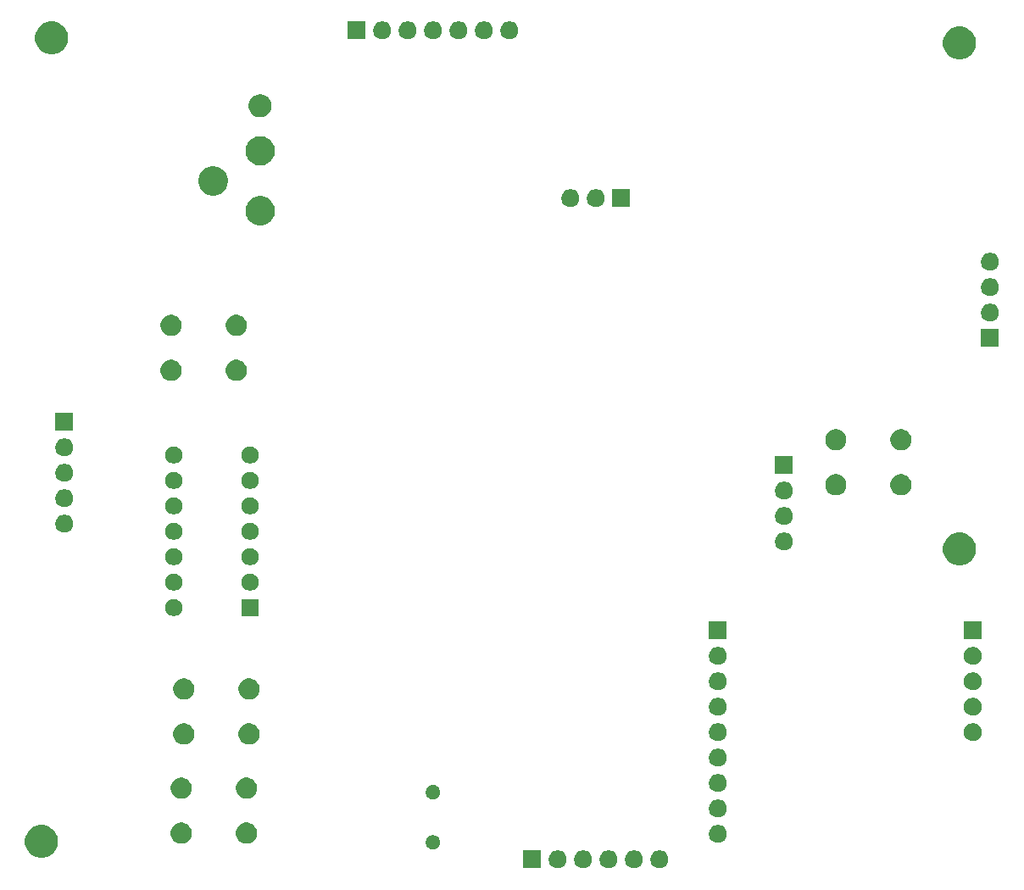
<source format=gbs>
G04 #@! TF.GenerationSoftware,KiCad,Pcbnew,(5.1.5)-3*
G04 #@! TF.CreationDate,2022-03-10T20:17:20-05:00*
G04 #@! TF.ProjectId,supervisor,73757065-7276-4697-936f-722e6b696361,rev?*
G04 #@! TF.SameCoordinates,Original*
G04 #@! TF.FileFunction,Soldermask,Bot*
G04 #@! TF.FilePolarity,Negative*
%FSLAX46Y46*%
G04 Gerber Fmt 4.6, Leading zero omitted, Abs format (unit mm)*
G04 Created by KiCad (PCBNEW (5.1.5)-3) date 2022-03-10 20:17:20*
%MOMM*%
%LPD*%
G04 APERTURE LIST*
%ADD10C,0.100000*%
G04 APERTURE END LIST*
D10*
G36*
X156348800Y-140092800D02*
G01*
X154547200Y-140092800D01*
X154547200Y-138291200D01*
X156348800Y-138291200D01*
X156348800Y-140092800D01*
G37*
G36*
X168410754Y-138325817D02*
G01*
X168574689Y-138393721D01*
X168722227Y-138492303D01*
X168847697Y-138617773D01*
X168946279Y-138765311D01*
X169014183Y-138929246D01*
X169048800Y-139103279D01*
X169048800Y-139280721D01*
X169014183Y-139454754D01*
X168946279Y-139618689D01*
X168847697Y-139766227D01*
X168722227Y-139891697D01*
X168574689Y-139990279D01*
X168410754Y-140058183D01*
X168236721Y-140092800D01*
X168059279Y-140092800D01*
X167885246Y-140058183D01*
X167721311Y-139990279D01*
X167573773Y-139891697D01*
X167448303Y-139766227D01*
X167349721Y-139618689D01*
X167281817Y-139454754D01*
X167247200Y-139280721D01*
X167247200Y-139103279D01*
X167281817Y-138929246D01*
X167349721Y-138765311D01*
X167448303Y-138617773D01*
X167573773Y-138492303D01*
X167721311Y-138393721D01*
X167885246Y-138325817D01*
X168059279Y-138291200D01*
X168236721Y-138291200D01*
X168410754Y-138325817D01*
G37*
G36*
X165870754Y-138325817D02*
G01*
X166034689Y-138393721D01*
X166182227Y-138492303D01*
X166307697Y-138617773D01*
X166406279Y-138765311D01*
X166474183Y-138929246D01*
X166508800Y-139103279D01*
X166508800Y-139280721D01*
X166474183Y-139454754D01*
X166406279Y-139618689D01*
X166307697Y-139766227D01*
X166182227Y-139891697D01*
X166034689Y-139990279D01*
X165870754Y-140058183D01*
X165696721Y-140092800D01*
X165519279Y-140092800D01*
X165345246Y-140058183D01*
X165181311Y-139990279D01*
X165033773Y-139891697D01*
X164908303Y-139766227D01*
X164809721Y-139618689D01*
X164741817Y-139454754D01*
X164707200Y-139280721D01*
X164707200Y-139103279D01*
X164741817Y-138929246D01*
X164809721Y-138765311D01*
X164908303Y-138617773D01*
X165033773Y-138492303D01*
X165181311Y-138393721D01*
X165345246Y-138325817D01*
X165519279Y-138291200D01*
X165696721Y-138291200D01*
X165870754Y-138325817D01*
G37*
G36*
X163330754Y-138325817D02*
G01*
X163494689Y-138393721D01*
X163642227Y-138492303D01*
X163767697Y-138617773D01*
X163866279Y-138765311D01*
X163934183Y-138929246D01*
X163968800Y-139103279D01*
X163968800Y-139280721D01*
X163934183Y-139454754D01*
X163866279Y-139618689D01*
X163767697Y-139766227D01*
X163642227Y-139891697D01*
X163494689Y-139990279D01*
X163330754Y-140058183D01*
X163156721Y-140092800D01*
X162979279Y-140092800D01*
X162805246Y-140058183D01*
X162641311Y-139990279D01*
X162493773Y-139891697D01*
X162368303Y-139766227D01*
X162269721Y-139618689D01*
X162201817Y-139454754D01*
X162167200Y-139280721D01*
X162167200Y-139103279D01*
X162201817Y-138929246D01*
X162269721Y-138765311D01*
X162368303Y-138617773D01*
X162493773Y-138492303D01*
X162641311Y-138393721D01*
X162805246Y-138325817D01*
X162979279Y-138291200D01*
X163156721Y-138291200D01*
X163330754Y-138325817D01*
G37*
G36*
X158250754Y-138325817D02*
G01*
X158414689Y-138393721D01*
X158562227Y-138492303D01*
X158687697Y-138617773D01*
X158786279Y-138765311D01*
X158854183Y-138929246D01*
X158888800Y-139103279D01*
X158888800Y-139280721D01*
X158854183Y-139454754D01*
X158786279Y-139618689D01*
X158687697Y-139766227D01*
X158562227Y-139891697D01*
X158414689Y-139990279D01*
X158250754Y-140058183D01*
X158076721Y-140092800D01*
X157899279Y-140092800D01*
X157725246Y-140058183D01*
X157561311Y-139990279D01*
X157413773Y-139891697D01*
X157288303Y-139766227D01*
X157189721Y-139618689D01*
X157121817Y-139454754D01*
X157087200Y-139280721D01*
X157087200Y-139103279D01*
X157121817Y-138929246D01*
X157189721Y-138765311D01*
X157288303Y-138617773D01*
X157413773Y-138492303D01*
X157561311Y-138393721D01*
X157725246Y-138325817D01*
X157899279Y-138291200D01*
X158076721Y-138291200D01*
X158250754Y-138325817D01*
G37*
G36*
X160790754Y-138325817D02*
G01*
X160954689Y-138393721D01*
X161102227Y-138492303D01*
X161227697Y-138617773D01*
X161326279Y-138765311D01*
X161394183Y-138929246D01*
X161428800Y-139103279D01*
X161428800Y-139280721D01*
X161394183Y-139454754D01*
X161326279Y-139618689D01*
X161227697Y-139766227D01*
X161102227Y-139891697D01*
X160954689Y-139990279D01*
X160790754Y-140058183D01*
X160616721Y-140092800D01*
X160439279Y-140092800D01*
X160265246Y-140058183D01*
X160101311Y-139990279D01*
X159953773Y-139891697D01*
X159828303Y-139766227D01*
X159729721Y-139618689D01*
X159661817Y-139454754D01*
X159627200Y-139280721D01*
X159627200Y-139103279D01*
X159661817Y-138929246D01*
X159729721Y-138765311D01*
X159828303Y-138617773D01*
X159953773Y-138492303D01*
X160101311Y-138393721D01*
X160265246Y-138325817D01*
X160439279Y-138291200D01*
X160616721Y-138291200D01*
X160790754Y-138325817D01*
G37*
G36*
X106907521Y-135826639D02*
G01*
X107207947Y-135951080D01*
X107478324Y-136131740D01*
X107708260Y-136361676D01*
X107888920Y-136632053D01*
X108013361Y-136932479D01*
X108076800Y-137251410D01*
X108076800Y-137576590D01*
X108013361Y-137895521D01*
X107888920Y-138195947D01*
X107708260Y-138466324D01*
X107478324Y-138696260D01*
X107207947Y-138876920D01*
X106907521Y-139001361D01*
X106588590Y-139064800D01*
X106263410Y-139064800D01*
X105944479Y-139001361D01*
X105644053Y-138876920D01*
X105373676Y-138696260D01*
X105143740Y-138466324D01*
X104963080Y-138195947D01*
X104838639Y-137895521D01*
X104775200Y-137576590D01*
X104775200Y-137251410D01*
X104838639Y-136932479D01*
X104963080Y-136632053D01*
X105143740Y-136361676D01*
X105373676Y-136131740D01*
X105644053Y-135951080D01*
X105944479Y-135826639D01*
X106263410Y-135763200D01*
X106588590Y-135763200D01*
X106907521Y-135826639D01*
G37*
G36*
X145753709Y-136803092D02*
G01*
X145885795Y-136857804D01*
X146004671Y-136937234D01*
X146105766Y-137038329D01*
X146185196Y-137157205D01*
X146239908Y-137289291D01*
X146267800Y-137429515D01*
X146267800Y-137572485D01*
X146239908Y-137712709D01*
X146185196Y-137844795D01*
X146105765Y-137963672D01*
X146004672Y-138064765D01*
X145885795Y-138144196D01*
X145753709Y-138198908D01*
X145613485Y-138226800D01*
X145470515Y-138226800D01*
X145330291Y-138198908D01*
X145198205Y-138144196D01*
X145079328Y-138064765D01*
X144978235Y-137963672D01*
X144898804Y-137844795D01*
X144844092Y-137712709D01*
X144816200Y-137572485D01*
X144816200Y-137429515D01*
X144844092Y-137289291D01*
X144898804Y-137157205D01*
X144978234Y-137038329D01*
X145079329Y-136937234D01*
X145198205Y-136857804D01*
X145330291Y-136803092D01*
X145470515Y-136775200D01*
X145613485Y-136775200D01*
X145753709Y-136803092D01*
G37*
G36*
X127202508Y-135569582D02*
G01*
X127393741Y-135648793D01*
X127565847Y-135763791D01*
X127712209Y-135910153D01*
X127827207Y-136082259D01*
X127906418Y-136273492D01*
X127946800Y-136476505D01*
X127946800Y-136683495D01*
X127906418Y-136886508D01*
X127827207Y-137077741D01*
X127712209Y-137249847D01*
X127565847Y-137396209D01*
X127393741Y-137511207D01*
X127202508Y-137590418D01*
X126999495Y-137630800D01*
X126792505Y-137630800D01*
X126589492Y-137590418D01*
X126398259Y-137511207D01*
X126226153Y-137396209D01*
X126079791Y-137249847D01*
X125964793Y-137077741D01*
X125885582Y-136886508D01*
X125845200Y-136683495D01*
X125845200Y-136476505D01*
X125885582Y-136273492D01*
X125964793Y-136082259D01*
X126079791Y-135910153D01*
X126226153Y-135763791D01*
X126398259Y-135648793D01*
X126589492Y-135569582D01*
X126792505Y-135529200D01*
X126999495Y-135529200D01*
X127202508Y-135569582D01*
G37*
G36*
X120702508Y-135569582D02*
G01*
X120893741Y-135648793D01*
X121065847Y-135763791D01*
X121212209Y-135910153D01*
X121327207Y-136082259D01*
X121406418Y-136273492D01*
X121446800Y-136476505D01*
X121446800Y-136683495D01*
X121406418Y-136886508D01*
X121327207Y-137077741D01*
X121212209Y-137249847D01*
X121065847Y-137396209D01*
X120893741Y-137511207D01*
X120702508Y-137590418D01*
X120499495Y-137630800D01*
X120292505Y-137630800D01*
X120089492Y-137590418D01*
X119898259Y-137511207D01*
X119726153Y-137396209D01*
X119579791Y-137249847D01*
X119464793Y-137077741D01*
X119385582Y-136886508D01*
X119345200Y-136683495D01*
X119345200Y-136476505D01*
X119385582Y-136273492D01*
X119464793Y-136082259D01*
X119579791Y-135910153D01*
X119726153Y-135763791D01*
X119898259Y-135648793D01*
X120089492Y-135569582D01*
X120292505Y-135529200D01*
X120499495Y-135529200D01*
X120702508Y-135569582D01*
G37*
G36*
X174252754Y-135785817D02*
G01*
X174416689Y-135853721D01*
X174564227Y-135952303D01*
X174689697Y-136077773D01*
X174788279Y-136225311D01*
X174856183Y-136389246D01*
X174890800Y-136563279D01*
X174890800Y-136740721D01*
X174856183Y-136914754D01*
X174788279Y-137078689D01*
X174689697Y-137226227D01*
X174564227Y-137351697D01*
X174416689Y-137450279D01*
X174252754Y-137518183D01*
X174078721Y-137552800D01*
X173901279Y-137552800D01*
X173727246Y-137518183D01*
X173563311Y-137450279D01*
X173415773Y-137351697D01*
X173290303Y-137226227D01*
X173191721Y-137078689D01*
X173123817Y-136914754D01*
X173089200Y-136740721D01*
X173089200Y-136563279D01*
X173123817Y-136389246D01*
X173191721Y-136225311D01*
X173290303Y-136077773D01*
X173415773Y-135952303D01*
X173563311Y-135853721D01*
X173727246Y-135785817D01*
X173901279Y-135751200D01*
X174078721Y-135751200D01*
X174252754Y-135785817D01*
G37*
G36*
X174252754Y-133245817D02*
G01*
X174416689Y-133313721D01*
X174564227Y-133412303D01*
X174689697Y-133537773D01*
X174788279Y-133685311D01*
X174856183Y-133849246D01*
X174890800Y-134023279D01*
X174890800Y-134200721D01*
X174856183Y-134374754D01*
X174788279Y-134538689D01*
X174689697Y-134686227D01*
X174564227Y-134811697D01*
X174416689Y-134910279D01*
X174252754Y-134978183D01*
X174078721Y-135012800D01*
X173901279Y-135012800D01*
X173727246Y-134978183D01*
X173563311Y-134910279D01*
X173415773Y-134811697D01*
X173290303Y-134686227D01*
X173191721Y-134538689D01*
X173123817Y-134374754D01*
X173089200Y-134200721D01*
X173089200Y-134023279D01*
X173123817Y-133849246D01*
X173191721Y-133685311D01*
X173290303Y-133537773D01*
X173415773Y-133412303D01*
X173563311Y-133313721D01*
X173727246Y-133245817D01*
X173901279Y-133211200D01*
X174078721Y-133211200D01*
X174252754Y-133245817D01*
G37*
G36*
X145753709Y-131803092D02*
G01*
X145885795Y-131857804D01*
X146004672Y-131937235D01*
X146105765Y-132038328D01*
X146185196Y-132157205D01*
X146239908Y-132289291D01*
X146267800Y-132429515D01*
X146267800Y-132572485D01*
X146239908Y-132712709D01*
X146185196Y-132844795D01*
X146105765Y-132963672D01*
X146004672Y-133064765D01*
X145885795Y-133144196D01*
X145753709Y-133198908D01*
X145613485Y-133226800D01*
X145470515Y-133226800D01*
X145330291Y-133198908D01*
X145198205Y-133144196D01*
X145079328Y-133064765D01*
X144978235Y-132963672D01*
X144898804Y-132844795D01*
X144844092Y-132712709D01*
X144816200Y-132572485D01*
X144816200Y-132429515D01*
X144844092Y-132289291D01*
X144898804Y-132157205D01*
X144978235Y-132038328D01*
X145079328Y-131937235D01*
X145198205Y-131857804D01*
X145330291Y-131803092D01*
X145470515Y-131775200D01*
X145613485Y-131775200D01*
X145753709Y-131803092D01*
G37*
G36*
X127202508Y-131069582D02*
G01*
X127393741Y-131148793D01*
X127565847Y-131263791D01*
X127712209Y-131410153D01*
X127827207Y-131582259D01*
X127906418Y-131773492D01*
X127946800Y-131976505D01*
X127946800Y-132183495D01*
X127906418Y-132386508D01*
X127827207Y-132577741D01*
X127712209Y-132749847D01*
X127565847Y-132896209D01*
X127393741Y-133011207D01*
X127202508Y-133090418D01*
X126999495Y-133130800D01*
X126792505Y-133130800D01*
X126589492Y-133090418D01*
X126398259Y-133011207D01*
X126226153Y-132896209D01*
X126079791Y-132749847D01*
X125964793Y-132577741D01*
X125885582Y-132386508D01*
X125845200Y-132183495D01*
X125845200Y-131976505D01*
X125885582Y-131773492D01*
X125964793Y-131582259D01*
X126079791Y-131410153D01*
X126226153Y-131263791D01*
X126398259Y-131148793D01*
X126589492Y-131069582D01*
X126792505Y-131029200D01*
X126999495Y-131029200D01*
X127202508Y-131069582D01*
G37*
G36*
X120702508Y-131069582D02*
G01*
X120893741Y-131148793D01*
X121065847Y-131263791D01*
X121212209Y-131410153D01*
X121327207Y-131582259D01*
X121406418Y-131773492D01*
X121446800Y-131976505D01*
X121446800Y-132183495D01*
X121406418Y-132386508D01*
X121327207Y-132577741D01*
X121212209Y-132749847D01*
X121065847Y-132896209D01*
X120893741Y-133011207D01*
X120702508Y-133090418D01*
X120499495Y-133130800D01*
X120292505Y-133130800D01*
X120089492Y-133090418D01*
X119898259Y-133011207D01*
X119726153Y-132896209D01*
X119579791Y-132749847D01*
X119464793Y-132577741D01*
X119385582Y-132386508D01*
X119345200Y-132183495D01*
X119345200Y-131976505D01*
X119385582Y-131773492D01*
X119464793Y-131582259D01*
X119579791Y-131410153D01*
X119726153Y-131263791D01*
X119898259Y-131148793D01*
X120089492Y-131069582D01*
X120292505Y-131029200D01*
X120499495Y-131029200D01*
X120702508Y-131069582D01*
G37*
G36*
X174252754Y-130705817D02*
G01*
X174416689Y-130773721D01*
X174564227Y-130872303D01*
X174689697Y-130997773D01*
X174788279Y-131145311D01*
X174856183Y-131309246D01*
X174890800Y-131483279D01*
X174890800Y-131660721D01*
X174856183Y-131834754D01*
X174788279Y-131998689D01*
X174689697Y-132146227D01*
X174564227Y-132271697D01*
X174416689Y-132370279D01*
X174252754Y-132438183D01*
X174078721Y-132472800D01*
X173901279Y-132472800D01*
X173727246Y-132438183D01*
X173563311Y-132370279D01*
X173415773Y-132271697D01*
X173290303Y-132146227D01*
X173191721Y-131998689D01*
X173123817Y-131834754D01*
X173089200Y-131660721D01*
X173089200Y-131483279D01*
X173123817Y-131309246D01*
X173191721Y-131145311D01*
X173290303Y-130997773D01*
X173415773Y-130872303D01*
X173563311Y-130773721D01*
X173727246Y-130705817D01*
X173901279Y-130671200D01*
X174078721Y-130671200D01*
X174252754Y-130705817D01*
G37*
G36*
X174252754Y-128165817D02*
G01*
X174416689Y-128233721D01*
X174564227Y-128332303D01*
X174689697Y-128457773D01*
X174788279Y-128605311D01*
X174856183Y-128769246D01*
X174890800Y-128943279D01*
X174890800Y-129120721D01*
X174856183Y-129294754D01*
X174788279Y-129458689D01*
X174689697Y-129606227D01*
X174564227Y-129731697D01*
X174416689Y-129830279D01*
X174252754Y-129898183D01*
X174078721Y-129932800D01*
X173901279Y-129932800D01*
X173727246Y-129898183D01*
X173563311Y-129830279D01*
X173415773Y-129731697D01*
X173290303Y-129606227D01*
X173191721Y-129458689D01*
X173123817Y-129294754D01*
X173089200Y-129120721D01*
X173089200Y-128943279D01*
X173123817Y-128769246D01*
X173191721Y-128605311D01*
X173290303Y-128457773D01*
X173415773Y-128332303D01*
X173563311Y-128233721D01*
X173727246Y-128165817D01*
X173901279Y-128131200D01*
X174078721Y-128131200D01*
X174252754Y-128165817D01*
G37*
G36*
X127456508Y-125663582D02*
G01*
X127647741Y-125742793D01*
X127819847Y-125857791D01*
X127966209Y-126004153D01*
X128081207Y-126176259D01*
X128160418Y-126367492D01*
X128200800Y-126570505D01*
X128200800Y-126777495D01*
X128160418Y-126980508D01*
X128081207Y-127171741D01*
X127966209Y-127343847D01*
X127819847Y-127490209D01*
X127647741Y-127605207D01*
X127456508Y-127684418D01*
X127253495Y-127724800D01*
X127046505Y-127724800D01*
X126843492Y-127684418D01*
X126652259Y-127605207D01*
X126480153Y-127490209D01*
X126333791Y-127343847D01*
X126218793Y-127171741D01*
X126139582Y-126980508D01*
X126099200Y-126777495D01*
X126099200Y-126570505D01*
X126139582Y-126367492D01*
X126218793Y-126176259D01*
X126333791Y-126004153D01*
X126480153Y-125857791D01*
X126652259Y-125742793D01*
X126843492Y-125663582D01*
X127046505Y-125623200D01*
X127253495Y-125623200D01*
X127456508Y-125663582D01*
G37*
G36*
X120956508Y-125663582D02*
G01*
X121147741Y-125742793D01*
X121319847Y-125857791D01*
X121466209Y-126004153D01*
X121581207Y-126176259D01*
X121660418Y-126367492D01*
X121700800Y-126570505D01*
X121700800Y-126777495D01*
X121660418Y-126980508D01*
X121581207Y-127171741D01*
X121466209Y-127343847D01*
X121319847Y-127490209D01*
X121147741Y-127605207D01*
X120956508Y-127684418D01*
X120753495Y-127724800D01*
X120546505Y-127724800D01*
X120343492Y-127684418D01*
X120152259Y-127605207D01*
X119980153Y-127490209D01*
X119833791Y-127343847D01*
X119718793Y-127171741D01*
X119639582Y-126980508D01*
X119599200Y-126777495D01*
X119599200Y-126570505D01*
X119639582Y-126367492D01*
X119718793Y-126176259D01*
X119833791Y-126004153D01*
X119980153Y-125857791D01*
X120152259Y-125742793D01*
X120343492Y-125663582D01*
X120546505Y-125623200D01*
X120753495Y-125623200D01*
X120956508Y-125663582D01*
G37*
G36*
X199722754Y-125625817D02*
G01*
X199886689Y-125693721D01*
X200034227Y-125792303D01*
X200159697Y-125917773D01*
X200258279Y-126065311D01*
X200326183Y-126229246D01*
X200360800Y-126403279D01*
X200360800Y-126580721D01*
X200326183Y-126754754D01*
X200258279Y-126918689D01*
X200159697Y-127066227D01*
X200034227Y-127191697D01*
X199886689Y-127290279D01*
X199722754Y-127358183D01*
X199548721Y-127392800D01*
X199371279Y-127392800D01*
X199197246Y-127358183D01*
X199033311Y-127290279D01*
X198885773Y-127191697D01*
X198760303Y-127066227D01*
X198661721Y-126918689D01*
X198593817Y-126754754D01*
X198559200Y-126580721D01*
X198559200Y-126403279D01*
X198593817Y-126229246D01*
X198661721Y-126065311D01*
X198760303Y-125917773D01*
X198885773Y-125792303D01*
X199033311Y-125693721D01*
X199197246Y-125625817D01*
X199371279Y-125591200D01*
X199548721Y-125591200D01*
X199722754Y-125625817D01*
G37*
G36*
X174252754Y-125625817D02*
G01*
X174416689Y-125693721D01*
X174564227Y-125792303D01*
X174689697Y-125917773D01*
X174788279Y-126065311D01*
X174856183Y-126229246D01*
X174890800Y-126403279D01*
X174890800Y-126580721D01*
X174856183Y-126754754D01*
X174788279Y-126918689D01*
X174689697Y-127066227D01*
X174564227Y-127191697D01*
X174416689Y-127290279D01*
X174252754Y-127358183D01*
X174078721Y-127392800D01*
X173901279Y-127392800D01*
X173727246Y-127358183D01*
X173563311Y-127290279D01*
X173415773Y-127191697D01*
X173290303Y-127066227D01*
X173191721Y-126918689D01*
X173123817Y-126754754D01*
X173089200Y-126580721D01*
X173089200Y-126403279D01*
X173123817Y-126229246D01*
X173191721Y-126065311D01*
X173290303Y-125917773D01*
X173415773Y-125792303D01*
X173563311Y-125693721D01*
X173727246Y-125625817D01*
X173901279Y-125591200D01*
X174078721Y-125591200D01*
X174252754Y-125625817D01*
G37*
G36*
X174252754Y-123085817D02*
G01*
X174416689Y-123153721D01*
X174564227Y-123252303D01*
X174689697Y-123377773D01*
X174788279Y-123525311D01*
X174856183Y-123689246D01*
X174890800Y-123863279D01*
X174890800Y-124040721D01*
X174856183Y-124214754D01*
X174788279Y-124378689D01*
X174689697Y-124526227D01*
X174564227Y-124651697D01*
X174416689Y-124750279D01*
X174252754Y-124818183D01*
X174078721Y-124852800D01*
X173901279Y-124852800D01*
X173727246Y-124818183D01*
X173563311Y-124750279D01*
X173415773Y-124651697D01*
X173290303Y-124526227D01*
X173191721Y-124378689D01*
X173123817Y-124214754D01*
X173089200Y-124040721D01*
X173089200Y-123863279D01*
X173123817Y-123689246D01*
X173191721Y-123525311D01*
X173290303Y-123377773D01*
X173415773Y-123252303D01*
X173563311Y-123153721D01*
X173727246Y-123085817D01*
X173901279Y-123051200D01*
X174078721Y-123051200D01*
X174252754Y-123085817D01*
G37*
G36*
X199722754Y-123085817D02*
G01*
X199886689Y-123153721D01*
X200034227Y-123252303D01*
X200159697Y-123377773D01*
X200258279Y-123525311D01*
X200326183Y-123689246D01*
X200360800Y-123863279D01*
X200360800Y-124040721D01*
X200326183Y-124214754D01*
X200258279Y-124378689D01*
X200159697Y-124526227D01*
X200034227Y-124651697D01*
X199886689Y-124750279D01*
X199722754Y-124818183D01*
X199548721Y-124852800D01*
X199371279Y-124852800D01*
X199197246Y-124818183D01*
X199033311Y-124750279D01*
X198885773Y-124651697D01*
X198760303Y-124526227D01*
X198661721Y-124378689D01*
X198593817Y-124214754D01*
X198559200Y-124040721D01*
X198559200Y-123863279D01*
X198593817Y-123689246D01*
X198661721Y-123525311D01*
X198760303Y-123377773D01*
X198885773Y-123252303D01*
X199033311Y-123153721D01*
X199197246Y-123085817D01*
X199371279Y-123051200D01*
X199548721Y-123051200D01*
X199722754Y-123085817D01*
G37*
G36*
X127456508Y-121163582D02*
G01*
X127647741Y-121242793D01*
X127819847Y-121357791D01*
X127966209Y-121504153D01*
X128081207Y-121676259D01*
X128160418Y-121867492D01*
X128200800Y-122070505D01*
X128200800Y-122277495D01*
X128160418Y-122480508D01*
X128081207Y-122671741D01*
X127966209Y-122843847D01*
X127819847Y-122990209D01*
X127647741Y-123105207D01*
X127456508Y-123184418D01*
X127253495Y-123224800D01*
X127046505Y-123224800D01*
X126843492Y-123184418D01*
X126652259Y-123105207D01*
X126480153Y-122990209D01*
X126333791Y-122843847D01*
X126218793Y-122671741D01*
X126139582Y-122480508D01*
X126099200Y-122277495D01*
X126099200Y-122070505D01*
X126139582Y-121867492D01*
X126218793Y-121676259D01*
X126333791Y-121504153D01*
X126480153Y-121357791D01*
X126652259Y-121242793D01*
X126843492Y-121163582D01*
X127046505Y-121123200D01*
X127253495Y-121123200D01*
X127456508Y-121163582D01*
G37*
G36*
X120956508Y-121163582D02*
G01*
X121147741Y-121242793D01*
X121319847Y-121357791D01*
X121466209Y-121504153D01*
X121581207Y-121676259D01*
X121660418Y-121867492D01*
X121700800Y-122070505D01*
X121700800Y-122277495D01*
X121660418Y-122480508D01*
X121581207Y-122671741D01*
X121466209Y-122843847D01*
X121319847Y-122990209D01*
X121147741Y-123105207D01*
X120956508Y-123184418D01*
X120753495Y-123224800D01*
X120546505Y-123224800D01*
X120343492Y-123184418D01*
X120152259Y-123105207D01*
X119980153Y-122990209D01*
X119833791Y-122843847D01*
X119718793Y-122671741D01*
X119639582Y-122480508D01*
X119599200Y-122277495D01*
X119599200Y-122070505D01*
X119639582Y-121867492D01*
X119718793Y-121676259D01*
X119833791Y-121504153D01*
X119980153Y-121357791D01*
X120152259Y-121242793D01*
X120343492Y-121163582D01*
X120546505Y-121123200D01*
X120753495Y-121123200D01*
X120956508Y-121163582D01*
G37*
G36*
X174252754Y-120545817D02*
G01*
X174416689Y-120613721D01*
X174564227Y-120712303D01*
X174689697Y-120837773D01*
X174788279Y-120985311D01*
X174856183Y-121149246D01*
X174890800Y-121323279D01*
X174890800Y-121500721D01*
X174856183Y-121674754D01*
X174788279Y-121838689D01*
X174689697Y-121986227D01*
X174564227Y-122111697D01*
X174416689Y-122210279D01*
X174252754Y-122278183D01*
X174078721Y-122312800D01*
X173901279Y-122312800D01*
X173727246Y-122278183D01*
X173563311Y-122210279D01*
X173415773Y-122111697D01*
X173290303Y-121986227D01*
X173191721Y-121838689D01*
X173123817Y-121674754D01*
X173089200Y-121500721D01*
X173089200Y-121323279D01*
X173123817Y-121149246D01*
X173191721Y-120985311D01*
X173290303Y-120837773D01*
X173415773Y-120712303D01*
X173563311Y-120613721D01*
X173727246Y-120545817D01*
X173901279Y-120511200D01*
X174078721Y-120511200D01*
X174252754Y-120545817D01*
G37*
G36*
X199722754Y-120545817D02*
G01*
X199886689Y-120613721D01*
X200034227Y-120712303D01*
X200159697Y-120837773D01*
X200258279Y-120985311D01*
X200326183Y-121149246D01*
X200360800Y-121323279D01*
X200360800Y-121500721D01*
X200326183Y-121674754D01*
X200258279Y-121838689D01*
X200159697Y-121986227D01*
X200034227Y-122111697D01*
X199886689Y-122210279D01*
X199722754Y-122278183D01*
X199548721Y-122312800D01*
X199371279Y-122312800D01*
X199197246Y-122278183D01*
X199033311Y-122210279D01*
X198885773Y-122111697D01*
X198760303Y-121986227D01*
X198661721Y-121838689D01*
X198593817Y-121674754D01*
X198559200Y-121500721D01*
X198559200Y-121323279D01*
X198593817Y-121149246D01*
X198661721Y-120985311D01*
X198760303Y-120837773D01*
X198885773Y-120712303D01*
X199033311Y-120613721D01*
X199197246Y-120545817D01*
X199371279Y-120511200D01*
X199548721Y-120511200D01*
X199722754Y-120545817D01*
G37*
G36*
X174252754Y-118005817D02*
G01*
X174416689Y-118073721D01*
X174564227Y-118172303D01*
X174689697Y-118297773D01*
X174788279Y-118445311D01*
X174856183Y-118609246D01*
X174890800Y-118783279D01*
X174890800Y-118960721D01*
X174856183Y-119134754D01*
X174788279Y-119298689D01*
X174689697Y-119446227D01*
X174564227Y-119571697D01*
X174416689Y-119670279D01*
X174252754Y-119738183D01*
X174078721Y-119772800D01*
X173901279Y-119772800D01*
X173727246Y-119738183D01*
X173563311Y-119670279D01*
X173415773Y-119571697D01*
X173290303Y-119446227D01*
X173191721Y-119298689D01*
X173123817Y-119134754D01*
X173089200Y-118960721D01*
X173089200Y-118783279D01*
X173123817Y-118609246D01*
X173191721Y-118445311D01*
X173290303Y-118297773D01*
X173415773Y-118172303D01*
X173563311Y-118073721D01*
X173727246Y-118005817D01*
X173901279Y-117971200D01*
X174078721Y-117971200D01*
X174252754Y-118005817D01*
G37*
G36*
X199722754Y-118005817D02*
G01*
X199886689Y-118073721D01*
X200034227Y-118172303D01*
X200159697Y-118297773D01*
X200258279Y-118445311D01*
X200326183Y-118609246D01*
X200360800Y-118783279D01*
X200360800Y-118960721D01*
X200326183Y-119134754D01*
X200258279Y-119298689D01*
X200159697Y-119446227D01*
X200034227Y-119571697D01*
X199886689Y-119670279D01*
X199722754Y-119738183D01*
X199548721Y-119772800D01*
X199371279Y-119772800D01*
X199197246Y-119738183D01*
X199033311Y-119670279D01*
X198885773Y-119571697D01*
X198760303Y-119446227D01*
X198661721Y-119298689D01*
X198593817Y-119134754D01*
X198559200Y-118960721D01*
X198559200Y-118783279D01*
X198593817Y-118609246D01*
X198661721Y-118445311D01*
X198760303Y-118297773D01*
X198885773Y-118172303D01*
X199033311Y-118073721D01*
X199197246Y-118005817D01*
X199371279Y-117971200D01*
X199548721Y-117971200D01*
X199722754Y-118005817D01*
G37*
G36*
X174890800Y-117232800D02*
G01*
X173089200Y-117232800D01*
X173089200Y-115431200D01*
X174890800Y-115431200D01*
X174890800Y-117232800D01*
G37*
G36*
X200360800Y-117232800D02*
G01*
X198559200Y-117232800D01*
X198559200Y-115431200D01*
X200360800Y-115431200D01*
X200360800Y-117232800D01*
G37*
G36*
X128104800Y-114896800D02*
G01*
X126403200Y-114896800D01*
X126403200Y-113195200D01*
X128104800Y-113195200D01*
X128104800Y-114896800D01*
G37*
G36*
X119882169Y-113227895D02*
G01*
X120037005Y-113292031D01*
X120176354Y-113385140D01*
X120294860Y-113503646D01*
X120387969Y-113642995D01*
X120452105Y-113797831D01*
X120484800Y-113962203D01*
X120484800Y-114129797D01*
X120452105Y-114294169D01*
X120387969Y-114449005D01*
X120294860Y-114588354D01*
X120176354Y-114706860D01*
X120037005Y-114799969D01*
X119882169Y-114864105D01*
X119717797Y-114896800D01*
X119550203Y-114896800D01*
X119385831Y-114864105D01*
X119230995Y-114799969D01*
X119091646Y-114706860D01*
X118973140Y-114588354D01*
X118880031Y-114449005D01*
X118815895Y-114294169D01*
X118783200Y-114129797D01*
X118783200Y-113962203D01*
X118815895Y-113797831D01*
X118880031Y-113642995D01*
X118973140Y-113503646D01*
X119091646Y-113385140D01*
X119230995Y-113292031D01*
X119385831Y-113227895D01*
X119550203Y-113195200D01*
X119717797Y-113195200D01*
X119882169Y-113227895D01*
G37*
G36*
X127502169Y-110687895D02*
G01*
X127657005Y-110752031D01*
X127796354Y-110845140D01*
X127914860Y-110963646D01*
X128007969Y-111102995D01*
X128072105Y-111257831D01*
X128104800Y-111422203D01*
X128104800Y-111589797D01*
X128072105Y-111754169D01*
X128007969Y-111909005D01*
X127914860Y-112048354D01*
X127796354Y-112166860D01*
X127657005Y-112259969D01*
X127502169Y-112324105D01*
X127337797Y-112356800D01*
X127170203Y-112356800D01*
X127005831Y-112324105D01*
X126850995Y-112259969D01*
X126711646Y-112166860D01*
X126593140Y-112048354D01*
X126500031Y-111909005D01*
X126435895Y-111754169D01*
X126403200Y-111589797D01*
X126403200Y-111422203D01*
X126435895Y-111257831D01*
X126500031Y-111102995D01*
X126593140Y-110963646D01*
X126711646Y-110845140D01*
X126850995Y-110752031D01*
X127005831Y-110687895D01*
X127170203Y-110655200D01*
X127337797Y-110655200D01*
X127502169Y-110687895D01*
G37*
G36*
X119882169Y-110687895D02*
G01*
X120037005Y-110752031D01*
X120176354Y-110845140D01*
X120294860Y-110963646D01*
X120387969Y-111102995D01*
X120452105Y-111257831D01*
X120484800Y-111422203D01*
X120484800Y-111589797D01*
X120452105Y-111754169D01*
X120387969Y-111909005D01*
X120294860Y-112048354D01*
X120176354Y-112166860D01*
X120037005Y-112259969D01*
X119882169Y-112324105D01*
X119717797Y-112356800D01*
X119550203Y-112356800D01*
X119385831Y-112324105D01*
X119230995Y-112259969D01*
X119091646Y-112166860D01*
X118973140Y-112048354D01*
X118880031Y-111909005D01*
X118815895Y-111754169D01*
X118783200Y-111589797D01*
X118783200Y-111422203D01*
X118815895Y-111257831D01*
X118880031Y-111102995D01*
X118973140Y-110963646D01*
X119091646Y-110845140D01*
X119230995Y-110752031D01*
X119385831Y-110687895D01*
X119550203Y-110655200D01*
X119717797Y-110655200D01*
X119882169Y-110687895D01*
G37*
G36*
X198601521Y-106616639D02*
G01*
X198901947Y-106741080D01*
X199172324Y-106921740D01*
X199402260Y-107151676D01*
X199582920Y-107422053D01*
X199707361Y-107722479D01*
X199770800Y-108041410D01*
X199770800Y-108366590D01*
X199707361Y-108685521D01*
X199582920Y-108985947D01*
X199402260Y-109256324D01*
X199172324Y-109486260D01*
X198901947Y-109666920D01*
X198601521Y-109791361D01*
X198282590Y-109854800D01*
X197957410Y-109854800D01*
X197638479Y-109791361D01*
X197338053Y-109666920D01*
X197067676Y-109486260D01*
X196837740Y-109256324D01*
X196657080Y-108985947D01*
X196532639Y-108685521D01*
X196469200Y-108366590D01*
X196469200Y-108041410D01*
X196532639Y-107722479D01*
X196657080Y-107422053D01*
X196837740Y-107151676D01*
X197067676Y-106921740D01*
X197338053Y-106741080D01*
X197638479Y-106616639D01*
X197957410Y-106553200D01*
X198282590Y-106553200D01*
X198601521Y-106616639D01*
G37*
G36*
X127502169Y-108147895D02*
G01*
X127657005Y-108212031D01*
X127796354Y-108305140D01*
X127914860Y-108423646D01*
X128007969Y-108562995D01*
X128072105Y-108717831D01*
X128104800Y-108882203D01*
X128104800Y-109049797D01*
X128072105Y-109214169D01*
X128007969Y-109369005D01*
X127914860Y-109508354D01*
X127796354Y-109626860D01*
X127657005Y-109719969D01*
X127502169Y-109784105D01*
X127337797Y-109816800D01*
X127170203Y-109816800D01*
X127005831Y-109784105D01*
X126850995Y-109719969D01*
X126711646Y-109626860D01*
X126593140Y-109508354D01*
X126500031Y-109369005D01*
X126435895Y-109214169D01*
X126403200Y-109049797D01*
X126403200Y-108882203D01*
X126435895Y-108717831D01*
X126500031Y-108562995D01*
X126593140Y-108423646D01*
X126711646Y-108305140D01*
X126850995Y-108212031D01*
X127005831Y-108147895D01*
X127170203Y-108115200D01*
X127337797Y-108115200D01*
X127502169Y-108147895D01*
G37*
G36*
X119882169Y-108147895D02*
G01*
X120037005Y-108212031D01*
X120176354Y-108305140D01*
X120294860Y-108423646D01*
X120387969Y-108562995D01*
X120452105Y-108717831D01*
X120484800Y-108882203D01*
X120484800Y-109049797D01*
X120452105Y-109214169D01*
X120387969Y-109369005D01*
X120294860Y-109508354D01*
X120176354Y-109626860D01*
X120037005Y-109719969D01*
X119882169Y-109784105D01*
X119717797Y-109816800D01*
X119550203Y-109816800D01*
X119385831Y-109784105D01*
X119230995Y-109719969D01*
X119091646Y-109626860D01*
X118973140Y-109508354D01*
X118880031Y-109369005D01*
X118815895Y-109214169D01*
X118783200Y-109049797D01*
X118783200Y-108882203D01*
X118815895Y-108717831D01*
X118880031Y-108562995D01*
X118973140Y-108423646D01*
X119091646Y-108305140D01*
X119230995Y-108212031D01*
X119385831Y-108147895D01*
X119550203Y-108115200D01*
X119717797Y-108115200D01*
X119882169Y-108147895D01*
G37*
G36*
X180856754Y-106575817D02*
G01*
X181020689Y-106643721D01*
X181168227Y-106742303D01*
X181293697Y-106867773D01*
X181392279Y-107015311D01*
X181460183Y-107179246D01*
X181494800Y-107353279D01*
X181494800Y-107530721D01*
X181460183Y-107704754D01*
X181392279Y-107868689D01*
X181293697Y-108016227D01*
X181168227Y-108141697D01*
X181020689Y-108240279D01*
X180856754Y-108308183D01*
X180682721Y-108342800D01*
X180505279Y-108342800D01*
X180331246Y-108308183D01*
X180167311Y-108240279D01*
X180019773Y-108141697D01*
X179894303Y-108016227D01*
X179795721Y-107868689D01*
X179727817Y-107704754D01*
X179693200Y-107530721D01*
X179693200Y-107353279D01*
X179727817Y-107179246D01*
X179795721Y-107015311D01*
X179894303Y-106867773D01*
X180019773Y-106742303D01*
X180167311Y-106643721D01*
X180331246Y-106575817D01*
X180505279Y-106541200D01*
X180682721Y-106541200D01*
X180856754Y-106575817D01*
G37*
G36*
X119882169Y-105607895D02*
G01*
X120037005Y-105672031D01*
X120176354Y-105765140D01*
X120294860Y-105883646D01*
X120387969Y-106022995D01*
X120452105Y-106177831D01*
X120484800Y-106342203D01*
X120484800Y-106509797D01*
X120452105Y-106674169D01*
X120387969Y-106829005D01*
X120294860Y-106968354D01*
X120176354Y-107086860D01*
X120037005Y-107179969D01*
X119882169Y-107244105D01*
X119717797Y-107276800D01*
X119550203Y-107276800D01*
X119385831Y-107244105D01*
X119230995Y-107179969D01*
X119091646Y-107086860D01*
X118973140Y-106968354D01*
X118880031Y-106829005D01*
X118815895Y-106674169D01*
X118783200Y-106509797D01*
X118783200Y-106342203D01*
X118815895Y-106177831D01*
X118880031Y-106022995D01*
X118973140Y-105883646D01*
X119091646Y-105765140D01*
X119230995Y-105672031D01*
X119385831Y-105607895D01*
X119550203Y-105575200D01*
X119717797Y-105575200D01*
X119882169Y-105607895D01*
G37*
G36*
X127502169Y-105607895D02*
G01*
X127657005Y-105672031D01*
X127796354Y-105765140D01*
X127914860Y-105883646D01*
X128007969Y-106022995D01*
X128072105Y-106177831D01*
X128104800Y-106342203D01*
X128104800Y-106509797D01*
X128072105Y-106674169D01*
X128007969Y-106829005D01*
X127914860Y-106968354D01*
X127796354Y-107086860D01*
X127657005Y-107179969D01*
X127502169Y-107244105D01*
X127337797Y-107276800D01*
X127170203Y-107276800D01*
X127005831Y-107244105D01*
X126850995Y-107179969D01*
X126711646Y-107086860D01*
X126593140Y-106968354D01*
X126500031Y-106829005D01*
X126435895Y-106674169D01*
X126403200Y-106509797D01*
X126403200Y-106342203D01*
X126435895Y-106177831D01*
X126500031Y-106022995D01*
X126593140Y-105883646D01*
X126711646Y-105765140D01*
X126850995Y-105672031D01*
X127005831Y-105607895D01*
X127170203Y-105575200D01*
X127337797Y-105575200D01*
X127502169Y-105607895D01*
G37*
G36*
X108974754Y-104797817D02*
G01*
X109138689Y-104865721D01*
X109286227Y-104964303D01*
X109411697Y-105089773D01*
X109510279Y-105237311D01*
X109578183Y-105401246D01*
X109612800Y-105575279D01*
X109612800Y-105752721D01*
X109578183Y-105926754D01*
X109510279Y-106090689D01*
X109411697Y-106238227D01*
X109286227Y-106363697D01*
X109138689Y-106462279D01*
X108974754Y-106530183D01*
X108800721Y-106564800D01*
X108623279Y-106564800D01*
X108449246Y-106530183D01*
X108285311Y-106462279D01*
X108137773Y-106363697D01*
X108012303Y-106238227D01*
X107913721Y-106090689D01*
X107845817Y-105926754D01*
X107811200Y-105752721D01*
X107811200Y-105575279D01*
X107845817Y-105401246D01*
X107913721Y-105237311D01*
X108012303Y-105089773D01*
X108137773Y-104964303D01*
X108285311Y-104865721D01*
X108449246Y-104797817D01*
X108623279Y-104763200D01*
X108800721Y-104763200D01*
X108974754Y-104797817D01*
G37*
G36*
X180856754Y-104035817D02*
G01*
X181020689Y-104103721D01*
X181168227Y-104202303D01*
X181293697Y-104327773D01*
X181392279Y-104475311D01*
X181460183Y-104639246D01*
X181494800Y-104813279D01*
X181494800Y-104990721D01*
X181460183Y-105164754D01*
X181392279Y-105328689D01*
X181293697Y-105476227D01*
X181168227Y-105601697D01*
X181020689Y-105700279D01*
X180856754Y-105768183D01*
X180682721Y-105802800D01*
X180505279Y-105802800D01*
X180331246Y-105768183D01*
X180167311Y-105700279D01*
X180019773Y-105601697D01*
X179894303Y-105476227D01*
X179795721Y-105328689D01*
X179727817Y-105164754D01*
X179693200Y-104990721D01*
X179693200Y-104813279D01*
X179727817Y-104639246D01*
X179795721Y-104475311D01*
X179894303Y-104327773D01*
X180019773Y-104202303D01*
X180167311Y-104103721D01*
X180331246Y-104035817D01*
X180505279Y-104001200D01*
X180682721Y-104001200D01*
X180856754Y-104035817D01*
G37*
G36*
X127502169Y-103067895D02*
G01*
X127657005Y-103132031D01*
X127796354Y-103225140D01*
X127914860Y-103343646D01*
X128007969Y-103482995D01*
X128072105Y-103637831D01*
X128104800Y-103802203D01*
X128104800Y-103969797D01*
X128072105Y-104134169D01*
X128007969Y-104289005D01*
X127914860Y-104428354D01*
X127796354Y-104546860D01*
X127657005Y-104639969D01*
X127502169Y-104704105D01*
X127337797Y-104736800D01*
X127170203Y-104736800D01*
X127005831Y-104704105D01*
X126850995Y-104639969D01*
X126711646Y-104546860D01*
X126593140Y-104428354D01*
X126500031Y-104289005D01*
X126435895Y-104134169D01*
X126403200Y-103969797D01*
X126403200Y-103802203D01*
X126435895Y-103637831D01*
X126500031Y-103482995D01*
X126593140Y-103343646D01*
X126711646Y-103225140D01*
X126850995Y-103132031D01*
X127005831Y-103067895D01*
X127170203Y-103035200D01*
X127337797Y-103035200D01*
X127502169Y-103067895D01*
G37*
G36*
X119882169Y-103067895D02*
G01*
X120037005Y-103132031D01*
X120176354Y-103225140D01*
X120294860Y-103343646D01*
X120387969Y-103482995D01*
X120452105Y-103637831D01*
X120484800Y-103802203D01*
X120484800Y-103969797D01*
X120452105Y-104134169D01*
X120387969Y-104289005D01*
X120294860Y-104428354D01*
X120176354Y-104546860D01*
X120037005Y-104639969D01*
X119882169Y-104704105D01*
X119717797Y-104736800D01*
X119550203Y-104736800D01*
X119385831Y-104704105D01*
X119230995Y-104639969D01*
X119091646Y-104546860D01*
X118973140Y-104428354D01*
X118880031Y-104289005D01*
X118815895Y-104134169D01*
X118783200Y-103969797D01*
X118783200Y-103802203D01*
X118815895Y-103637831D01*
X118880031Y-103482995D01*
X118973140Y-103343646D01*
X119091646Y-103225140D01*
X119230995Y-103132031D01*
X119385831Y-103067895D01*
X119550203Y-103035200D01*
X119717797Y-103035200D01*
X119882169Y-103067895D01*
G37*
G36*
X108974754Y-102257817D02*
G01*
X109138689Y-102325721D01*
X109286227Y-102424303D01*
X109411697Y-102549773D01*
X109510279Y-102697311D01*
X109578183Y-102861246D01*
X109612800Y-103035279D01*
X109612800Y-103212721D01*
X109578183Y-103386754D01*
X109510279Y-103550689D01*
X109411697Y-103698227D01*
X109286227Y-103823697D01*
X109138689Y-103922279D01*
X108974754Y-103990183D01*
X108800721Y-104024800D01*
X108623279Y-104024800D01*
X108449246Y-103990183D01*
X108285311Y-103922279D01*
X108137773Y-103823697D01*
X108012303Y-103698227D01*
X107913721Y-103550689D01*
X107845817Y-103386754D01*
X107811200Y-103212721D01*
X107811200Y-103035279D01*
X107845817Y-102861246D01*
X107913721Y-102697311D01*
X108012303Y-102549773D01*
X108137773Y-102424303D01*
X108285311Y-102325721D01*
X108449246Y-102257817D01*
X108623279Y-102223200D01*
X108800721Y-102223200D01*
X108974754Y-102257817D01*
G37*
G36*
X180856754Y-101495817D02*
G01*
X181020689Y-101563721D01*
X181168227Y-101662303D01*
X181293697Y-101787773D01*
X181392279Y-101935311D01*
X181460183Y-102099246D01*
X181494800Y-102273279D01*
X181494800Y-102450721D01*
X181460183Y-102624754D01*
X181392279Y-102788689D01*
X181293697Y-102936227D01*
X181168227Y-103061697D01*
X181020689Y-103160279D01*
X180856754Y-103228183D01*
X180682721Y-103262800D01*
X180505279Y-103262800D01*
X180331246Y-103228183D01*
X180167311Y-103160279D01*
X180019773Y-103061697D01*
X179894303Y-102936227D01*
X179795721Y-102788689D01*
X179727817Y-102624754D01*
X179693200Y-102450721D01*
X179693200Y-102273279D01*
X179727817Y-102099246D01*
X179795721Y-101935311D01*
X179894303Y-101787773D01*
X180019773Y-101662303D01*
X180167311Y-101563721D01*
X180331246Y-101495817D01*
X180505279Y-101461200D01*
X180682721Y-101461200D01*
X180856754Y-101495817D01*
G37*
G36*
X192584508Y-100771582D02*
G01*
X192775741Y-100850793D01*
X192947847Y-100965791D01*
X193094209Y-101112153D01*
X193209207Y-101284259D01*
X193288418Y-101475492D01*
X193328800Y-101678505D01*
X193328800Y-101885495D01*
X193288418Y-102088508D01*
X193209207Y-102279741D01*
X193094209Y-102451847D01*
X192947847Y-102598209D01*
X192775741Y-102713207D01*
X192584508Y-102792418D01*
X192381495Y-102832800D01*
X192174505Y-102832800D01*
X191971492Y-102792418D01*
X191780259Y-102713207D01*
X191608153Y-102598209D01*
X191461791Y-102451847D01*
X191346793Y-102279741D01*
X191267582Y-102088508D01*
X191227200Y-101885495D01*
X191227200Y-101678505D01*
X191267582Y-101475492D01*
X191346793Y-101284259D01*
X191461791Y-101112153D01*
X191608153Y-100965791D01*
X191780259Y-100850793D01*
X191971492Y-100771582D01*
X192174505Y-100731200D01*
X192381495Y-100731200D01*
X192584508Y-100771582D01*
G37*
G36*
X186084508Y-100771582D02*
G01*
X186275741Y-100850793D01*
X186447847Y-100965791D01*
X186594209Y-101112153D01*
X186709207Y-101284259D01*
X186788418Y-101475492D01*
X186828800Y-101678505D01*
X186828800Y-101885495D01*
X186788418Y-102088508D01*
X186709207Y-102279741D01*
X186594209Y-102451847D01*
X186447847Y-102598209D01*
X186275741Y-102713207D01*
X186084508Y-102792418D01*
X185881495Y-102832800D01*
X185674505Y-102832800D01*
X185471492Y-102792418D01*
X185280259Y-102713207D01*
X185108153Y-102598209D01*
X184961791Y-102451847D01*
X184846793Y-102279741D01*
X184767582Y-102088508D01*
X184727200Y-101885495D01*
X184727200Y-101678505D01*
X184767582Y-101475492D01*
X184846793Y-101284259D01*
X184961791Y-101112153D01*
X185108153Y-100965791D01*
X185280259Y-100850793D01*
X185471492Y-100771582D01*
X185674505Y-100731200D01*
X185881495Y-100731200D01*
X186084508Y-100771582D01*
G37*
G36*
X127502169Y-100527895D02*
G01*
X127657005Y-100592031D01*
X127796354Y-100685140D01*
X127914860Y-100803646D01*
X128007969Y-100942995D01*
X128072105Y-101097831D01*
X128104800Y-101262203D01*
X128104800Y-101429797D01*
X128072105Y-101594169D01*
X128007969Y-101749005D01*
X127914860Y-101888354D01*
X127796354Y-102006860D01*
X127657005Y-102099969D01*
X127502169Y-102164105D01*
X127337797Y-102196800D01*
X127170203Y-102196800D01*
X127005831Y-102164105D01*
X126850995Y-102099969D01*
X126711646Y-102006860D01*
X126593140Y-101888354D01*
X126500031Y-101749005D01*
X126435895Y-101594169D01*
X126403200Y-101429797D01*
X126403200Y-101262203D01*
X126435895Y-101097831D01*
X126500031Y-100942995D01*
X126593140Y-100803646D01*
X126711646Y-100685140D01*
X126850995Y-100592031D01*
X127005831Y-100527895D01*
X127170203Y-100495200D01*
X127337797Y-100495200D01*
X127502169Y-100527895D01*
G37*
G36*
X119882169Y-100527895D02*
G01*
X120037005Y-100592031D01*
X120176354Y-100685140D01*
X120294860Y-100803646D01*
X120387969Y-100942995D01*
X120452105Y-101097831D01*
X120484800Y-101262203D01*
X120484800Y-101429797D01*
X120452105Y-101594169D01*
X120387969Y-101749005D01*
X120294860Y-101888354D01*
X120176354Y-102006860D01*
X120037005Y-102099969D01*
X119882169Y-102164105D01*
X119717797Y-102196800D01*
X119550203Y-102196800D01*
X119385831Y-102164105D01*
X119230995Y-102099969D01*
X119091646Y-102006860D01*
X118973140Y-101888354D01*
X118880031Y-101749005D01*
X118815895Y-101594169D01*
X118783200Y-101429797D01*
X118783200Y-101262203D01*
X118815895Y-101097831D01*
X118880031Y-100942995D01*
X118973140Y-100803646D01*
X119091646Y-100685140D01*
X119230995Y-100592031D01*
X119385831Y-100527895D01*
X119550203Y-100495200D01*
X119717797Y-100495200D01*
X119882169Y-100527895D01*
G37*
G36*
X108974754Y-99717817D02*
G01*
X109138689Y-99785721D01*
X109286227Y-99884303D01*
X109411697Y-100009773D01*
X109510279Y-100157311D01*
X109578183Y-100321246D01*
X109612800Y-100495279D01*
X109612800Y-100672721D01*
X109578183Y-100846754D01*
X109510279Y-101010689D01*
X109411697Y-101158227D01*
X109286227Y-101283697D01*
X109138689Y-101382279D01*
X108974754Y-101450183D01*
X108800721Y-101484800D01*
X108623279Y-101484800D01*
X108449246Y-101450183D01*
X108285311Y-101382279D01*
X108137773Y-101283697D01*
X108012303Y-101158227D01*
X107913721Y-101010689D01*
X107845817Y-100846754D01*
X107811200Y-100672721D01*
X107811200Y-100495279D01*
X107845817Y-100321246D01*
X107913721Y-100157311D01*
X108012303Y-100009773D01*
X108137773Y-99884303D01*
X108285311Y-99785721D01*
X108449246Y-99717817D01*
X108623279Y-99683200D01*
X108800721Y-99683200D01*
X108974754Y-99717817D01*
G37*
G36*
X181494800Y-100722800D02*
G01*
X179693200Y-100722800D01*
X179693200Y-98921200D01*
X181494800Y-98921200D01*
X181494800Y-100722800D01*
G37*
G36*
X119882169Y-97987895D02*
G01*
X120037005Y-98052031D01*
X120176354Y-98145140D01*
X120294860Y-98263646D01*
X120387969Y-98402995D01*
X120452105Y-98557831D01*
X120484800Y-98722203D01*
X120484800Y-98889797D01*
X120452105Y-99054169D01*
X120387969Y-99209005D01*
X120294860Y-99348354D01*
X120176354Y-99466860D01*
X120037005Y-99559969D01*
X119882169Y-99624105D01*
X119717797Y-99656800D01*
X119550203Y-99656800D01*
X119385831Y-99624105D01*
X119230995Y-99559969D01*
X119091646Y-99466860D01*
X118973140Y-99348354D01*
X118880031Y-99209005D01*
X118815895Y-99054169D01*
X118783200Y-98889797D01*
X118783200Y-98722203D01*
X118815895Y-98557831D01*
X118880031Y-98402995D01*
X118973140Y-98263646D01*
X119091646Y-98145140D01*
X119230995Y-98052031D01*
X119385831Y-97987895D01*
X119550203Y-97955200D01*
X119717797Y-97955200D01*
X119882169Y-97987895D01*
G37*
G36*
X127502169Y-97987895D02*
G01*
X127657005Y-98052031D01*
X127796354Y-98145140D01*
X127914860Y-98263646D01*
X128007969Y-98402995D01*
X128072105Y-98557831D01*
X128104800Y-98722203D01*
X128104800Y-98889797D01*
X128072105Y-99054169D01*
X128007969Y-99209005D01*
X127914860Y-99348354D01*
X127796354Y-99466860D01*
X127657005Y-99559969D01*
X127502169Y-99624105D01*
X127337797Y-99656800D01*
X127170203Y-99656800D01*
X127005831Y-99624105D01*
X126850995Y-99559969D01*
X126711646Y-99466860D01*
X126593140Y-99348354D01*
X126500031Y-99209005D01*
X126435895Y-99054169D01*
X126403200Y-98889797D01*
X126403200Y-98722203D01*
X126435895Y-98557831D01*
X126500031Y-98402995D01*
X126593140Y-98263646D01*
X126711646Y-98145140D01*
X126850995Y-98052031D01*
X127005831Y-97987895D01*
X127170203Y-97955200D01*
X127337797Y-97955200D01*
X127502169Y-97987895D01*
G37*
G36*
X108974754Y-97177817D02*
G01*
X109138689Y-97245721D01*
X109286227Y-97344303D01*
X109411697Y-97469773D01*
X109510279Y-97617311D01*
X109578183Y-97781246D01*
X109612800Y-97955279D01*
X109612800Y-98132721D01*
X109578183Y-98306754D01*
X109510279Y-98470689D01*
X109411697Y-98618227D01*
X109286227Y-98743697D01*
X109138689Y-98842279D01*
X108974754Y-98910183D01*
X108800721Y-98944800D01*
X108623279Y-98944800D01*
X108449246Y-98910183D01*
X108285311Y-98842279D01*
X108137773Y-98743697D01*
X108012303Y-98618227D01*
X107913721Y-98470689D01*
X107845817Y-98306754D01*
X107811200Y-98132721D01*
X107811200Y-97955279D01*
X107845817Y-97781246D01*
X107913721Y-97617311D01*
X108012303Y-97469773D01*
X108137773Y-97344303D01*
X108285311Y-97245721D01*
X108449246Y-97177817D01*
X108623279Y-97143200D01*
X108800721Y-97143200D01*
X108974754Y-97177817D01*
G37*
G36*
X192584508Y-96271582D02*
G01*
X192775741Y-96350793D01*
X192947847Y-96465791D01*
X193094209Y-96612153D01*
X193209207Y-96784259D01*
X193288418Y-96975492D01*
X193328800Y-97178505D01*
X193328800Y-97385495D01*
X193288418Y-97588508D01*
X193209207Y-97779741D01*
X193094209Y-97951847D01*
X192947847Y-98098209D01*
X192775741Y-98213207D01*
X192584508Y-98292418D01*
X192381495Y-98332800D01*
X192174505Y-98332800D01*
X191971492Y-98292418D01*
X191780259Y-98213207D01*
X191608153Y-98098209D01*
X191461791Y-97951847D01*
X191346793Y-97779741D01*
X191267582Y-97588508D01*
X191227200Y-97385495D01*
X191227200Y-97178505D01*
X191267582Y-96975492D01*
X191346793Y-96784259D01*
X191461791Y-96612153D01*
X191608153Y-96465791D01*
X191780259Y-96350793D01*
X191971492Y-96271582D01*
X192174505Y-96231200D01*
X192381495Y-96231200D01*
X192584508Y-96271582D01*
G37*
G36*
X186084508Y-96271582D02*
G01*
X186275741Y-96350793D01*
X186447847Y-96465791D01*
X186594209Y-96612153D01*
X186709207Y-96784259D01*
X186788418Y-96975492D01*
X186828800Y-97178505D01*
X186828800Y-97385495D01*
X186788418Y-97588508D01*
X186709207Y-97779741D01*
X186594209Y-97951847D01*
X186447847Y-98098209D01*
X186275741Y-98213207D01*
X186084508Y-98292418D01*
X185881495Y-98332800D01*
X185674505Y-98332800D01*
X185471492Y-98292418D01*
X185280259Y-98213207D01*
X185108153Y-98098209D01*
X184961791Y-97951847D01*
X184846793Y-97779741D01*
X184767582Y-97588508D01*
X184727200Y-97385495D01*
X184727200Y-97178505D01*
X184767582Y-96975492D01*
X184846793Y-96784259D01*
X184961791Y-96612153D01*
X185108153Y-96465791D01*
X185280259Y-96350793D01*
X185471492Y-96271582D01*
X185674505Y-96231200D01*
X185881495Y-96231200D01*
X186084508Y-96271582D01*
G37*
G36*
X109612800Y-96404800D02*
G01*
X107811200Y-96404800D01*
X107811200Y-94603200D01*
X109612800Y-94603200D01*
X109612800Y-96404800D01*
G37*
G36*
X126186508Y-89341582D02*
G01*
X126377741Y-89420793D01*
X126549847Y-89535791D01*
X126696209Y-89682153D01*
X126811207Y-89854259D01*
X126890418Y-90045492D01*
X126930800Y-90248505D01*
X126930800Y-90455495D01*
X126890418Y-90658508D01*
X126811207Y-90849741D01*
X126696209Y-91021847D01*
X126549847Y-91168209D01*
X126377741Y-91283207D01*
X126186508Y-91362418D01*
X125983495Y-91402800D01*
X125776505Y-91402800D01*
X125573492Y-91362418D01*
X125382259Y-91283207D01*
X125210153Y-91168209D01*
X125063791Y-91021847D01*
X124948793Y-90849741D01*
X124869582Y-90658508D01*
X124829200Y-90455495D01*
X124829200Y-90248505D01*
X124869582Y-90045492D01*
X124948793Y-89854259D01*
X125063791Y-89682153D01*
X125210153Y-89535791D01*
X125382259Y-89420793D01*
X125573492Y-89341582D01*
X125776505Y-89301200D01*
X125983495Y-89301200D01*
X126186508Y-89341582D01*
G37*
G36*
X119686508Y-89341582D02*
G01*
X119877741Y-89420793D01*
X120049847Y-89535791D01*
X120196209Y-89682153D01*
X120311207Y-89854259D01*
X120390418Y-90045492D01*
X120430800Y-90248505D01*
X120430800Y-90455495D01*
X120390418Y-90658508D01*
X120311207Y-90849741D01*
X120196209Y-91021847D01*
X120049847Y-91168209D01*
X119877741Y-91283207D01*
X119686508Y-91362418D01*
X119483495Y-91402800D01*
X119276505Y-91402800D01*
X119073492Y-91362418D01*
X118882259Y-91283207D01*
X118710153Y-91168209D01*
X118563791Y-91021847D01*
X118448793Y-90849741D01*
X118369582Y-90658508D01*
X118329200Y-90455495D01*
X118329200Y-90248505D01*
X118369582Y-90045492D01*
X118448793Y-89854259D01*
X118563791Y-89682153D01*
X118710153Y-89535791D01*
X118882259Y-89420793D01*
X119073492Y-89341582D01*
X119276505Y-89301200D01*
X119483495Y-89301200D01*
X119686508Y-89341582D01*
G37*
G36*
X202068800Y-88022800D02*
G01*
X200267200Y-88022800D01*
X200267200Y-86221200D01*
X202068800Y-86221200D01*
X202068800Y-88022800D01*
G37*
G36*
X126186508Y-84841582D02*
G01*
X126377741Y-84920793D01*
X126549847Y-85035791D01*
X126696209Y-85182153D01*
X126811207Y-85354259D01*
X126890418Y-85545492D01*
X126930800Y-85748505D01*
X126930800Y-85955495D01*
X126890418Y-86158508D01*
X126811207Y-86349741D01*
X126696209Y-86521847D01*
X126549847Y-86668209D01*
X126377741Y-86783207D01*
X126186508Y-86862418D01*
X125983495Y-86902800D01*
X125776505Y-86902800D01*
X125573492Y-86862418D01*
X125382259Y-86783207D01*
X125210153Y-86668209D01*
X125063791Y-86521847D01*
X124948793Y-86349741D01*
X124869582Y-86158508D01*
X124829200Y-85955495D01*
X124829200Y-85748505D01*
X124869582Y-85545492D01*
X124948793Y-85354259D01*
X125063791Y-85182153D01*
X125210153Y-85035791D01*
X125382259Y-84920793D01*
X125573492Y-84841582D01*
X125776505Y-84801200D01*
X125983495Y-84801200D01*
X126186508Y-84841582D01*
G37*
G36*
X119686508Y-84841582D02*
G01*
X119877741Y-84920793D01*
X120049847Y-85035791D01*
X120196209Y-85182153D01*
X120311207Y-85354259D01*
X120390418Y-85545492D01*
X120430800Y-85748505D01*
X120430800Y-85955495D01*
X120390418Y-86158508D01*
X120311207Y-86349741D01*
X120196209Y-86521847D01*
X120049847Y-86668209D01*
X119877741Y-86783207D01*
X119686508Y-86862418D01*
X119483495Y-86902800D01*
X119276505Y-86902800D01*
X119073492Y-86862418D01*
X118882259Y-86783207D01*
X118710153Y-86668209D01*
X118563791Y-86521847D01*
X118448793Y-86349741D01*
X118369582Y-86158508D01*
X118329200Y-85955495D01*
X118329200Y-85748505D01*
X118369582Y-85545492D01*
X118448793Y-85354259D01*
X118563791Y-85182153D01*
X118710153Y-85035791D01*
X118882259Y-84920793D01*
X119073492Y-84841582D01*
X119276505Y-84801200D01*
X119483495Y-84801200D01*
X119686508Y-84841582D01*
G37*
G36*
X201430754Y-83715817D02*
G01*
X201594689Y-83783721D01*
X201742227Y-83882303D01*
X201867697Y-84007773D01*
X201966279Y-84155311D01*
X202034183Y-84319246D01*
X202068800Y-84493279D01*
X202068800Y-84670721D01*
X202034183Y-84844754D01*
X201966279Y-85008689D01*
X201867697Y-85156227D01*
X201742227Y-85281697D01*
X201594689Y-85380279D01*
X201430754Y-85448183D01*
X201256721Y-85482800D01*
X201079279Y-85482800D01*
X200905246Y-85448183D01*
X200741311Y-85380279D01*
X200593773Y-85281697D01*
X200468303Y-85156227D01*
X200369721Y-85008689D01*
X200301817Y-84844754D01*
X200267200Y-84670721D01*
X200267200Y-84493279D01*
X200301817Y-84319246D01*
X200369721Y-84155311D01*
X200468303Y-84007773D01*
X200593773Y-83882303D01*
X200741311Y-83783721D01*
X200905246Y-83715817D01*
X201079279Y-83681200D01*
X201256721Y-83681200D01*
X201430754Y-83715817D01*
G37*
G36*
X201430754Y-81175817D02*
G01*
X201594689Y-81243721D01*
X201742227Y-81342303D01*
X201867697Y-81467773D01*
X201966279Y-81615311D01*
X202034183Y-81779246D01*
X202068800Y-81953279D01*
X202068800Y-82130721D01*
X202034183Y-82304754D01*
X201966279Y-82468689D01*
X201867697Y-82616227D01*
X201742227Y-82741697D01*
X201594689Y-82840279D01*
X201430754Y-82908183D01*
X201256721Y-82942800D01*
X201079279Y-82942800D01*
X200905246Y-82908183D01*
X200741311Y-82840279D01*
X200593773Y-82741697D01*
X200468303Y-82616227D01*
X200369721Y-82468689D01*
X200301817Y-82304754D01*
X200267200Y-82130721D01*
X200267200Y-81953279D01*
X200301817Y-81779246D01*
X200369721Y-81615311D01*
X200468303Y-81467773D01*
X200593773Y-81342303D01*
X200741311Y-81243721D01*
X200905246Y-81175817D01*
X201079279Y-81141200D01*
X201256721Y-81141200D01*
X201430754Y-81175817D01*
G37*
G36*
X201430754Y-78635817D02*
G01*
X201594689Y-78703721D01*
X201742227Y-78802303D01*
X201867697Y-78927773D01*
X201966279Y-79075311D01*
X202034183Y-79239246D01*
X202068800Y-79413279D01*
X202068800Y-79590721D01*
X202034183Y-79764754D01*
X201966279Y-79928689D01*
X201867697Y-80076227D01*
X201742227Y-80201697D01*
X201594689Y-80300279D01*
X201430754Y-80368183D01*
X201256721Y-80402800D01*
X201079279Y-80402800D01*
X200905246Y-80368183D01*
X200741311Y-80300279D01*
X200593773Y-80201697D01*
X200468303Y-80076227D01*
X200369721Y-79928689D01*
X200301817Y-79764754D01*
X200267200Y-79590721D01*
X200267200Y-79413279D01*
X200301817Y-79239246D01*
X200369721Y-79075311D01*
X200468303Y-78927773D01*
X200593773Y-78802303D01*
X200741311Y-78703721D01*
X200905246Y-78635817D01*
X201079279Y-78601200D01*
X201256721Y-78601200D01*
X201430754Y-78635817D01*
G37*
G36*
X128697559Y-73012530D02*
G01*
X128964316Y-73123025D01*
X129204394Y-73283440D01*
X129408560Y-73487606D01*
X129568975Y-73727684D01*
X129679470Y-73994441D01*
X129735800Y-74277631D01*
X129735800Y-74566369D01*
X129679470Y-74849559D01*
X129568975Y-75116316D01*
X129408560Y-75356394D01*
X129204394Y-75560560D01*
X128964316Y-75720975D01*
X128697559Y-75831470D01*
X128414369Y-75887800D01*
X128125631Y-75887800D01*
X127842441Y-75831470D01*
X127575684Y-75720975D01*
X127335606Y-75560560D01*
X127131440Y-75356394D01*
X126971025Y-75116316D01*
X126860530Y-74849559D01*
X126804200Y-74566369D01*
X126804200Y-74277631D01*
X126860530Y-73994441D01*
X126971025Y-73727684D01*
X127131440Y-73487606D01*
X127335606Y-73283440D01*
X127575684Y-73123025D01*
X127842441Y-73012530D01*
X128125631Y-72956200D01*
X128414369Y-72956200D01*
X128697559Y-73012530D01*
G37*
G36*
X165238800Y-74052800D02*
G01*
X163437200Y-74052800D01*
X163437200Y-72251200D01*
X165238800Y-72251200D01*
X165238800Y-74052800D01*
G37*
G36*
X162060754Y-72285817D02*
G01*
X162224689Y-72353721D01*
X162372227Y-72452303D01*
X162497697Y-72577773D01*
X162596279Y-72725311D01*
X162664183Y-72889246D01*
X162698800Y-73063279D01*
X162698800Y-73240721D01*
X162664183Y-73414754D01*
X162596279Y-73578689D01*
X162497697Y-73726227D01*
X162372227Y-73851697D01*
X162224689Y-73950279D01*
X162060754Y-74018183D01*
X161886721Y-74052800D01*
X161709279Y-74052800D01*
X161535246Y-74018183D01*
X161371311Y-73950279D01*
X161223773Y-73851697D01*
X161098303Y-73726227D01*
X160999721Y-73578689D01*
X160931817Y-73414754D01*
X160897200Y-73240721D01*
X160897200Y-73063279D01*
X160931817Y-72889246D01*
X160999721Y-72725311D01*
X161098303Y-72577773D01*
X161223773Y-72452303D01*
X161371311Y-72353721D01*
X161535246Y-72285817D01*
X161709279Y-72251200D01*
X161886721Y-72251200D01*
X162060754Y-72285817D01*
G37*
G36*
X159520754Y-72285817D02*
G01*
X159684689Y-72353721D01*
X159832227Y-72452303D01*
X159957697Y-72577773D01*
X160056279Y-72725311D01*
X160124183Y-72889246D01*
X160158800Y-73063279D01*
X160158800Y-73240721D01*
X160124183Y-73414754D01*
X160056279Y-73578689D01*
X159957697Y-73726227D01*
X159832227Y-73851697D01*
X159684689Y-73950279D01*
X159520754Y-74018183D01*
X159346721Y-74052800D01*
X159169279Y-74052800D01*
X158995246Y-74018183D01*
X158831311Y-73950279D01*
X158683773Y-73851697D01*
X158558303Y-73726227D01*
X158459721Y-73578689D01*
X158391817Y-73414754D01*
X158357200Y-73240721D01*
X158357200Y-73063279D01*
X158391817Y-72889246D01*
X158459721Y-72725311D01*
X158558303Y-72577773D01*
X158683773Y-72452303D01*
X158831311Y-72353721D01*
X158995246Y-72285817D01*
X159169279Y-72251200D01*
X159346721Y-72251200D01*
X159520754Y-72285817D01*
G37*
G36*
X123997559Y-70012530D02*
G01*
X124264316Y-70123025D01*
X124504393Y-70283439D01*
X124708561Y-70487607D01*
X124868975Y-70727684D01*
X124979470Y-70994442D01*
X125035800Y-71277631D01*
X125035800Y-71566369D01*
X124979470Y-71849558D01*
X124868975Y-72116316D01*
X124708561Y-72356393D01*
X124504393Y-72560561D01*
X124478633Y-72577773D01*
X124264316Y-72720975D01*
X123997559Y-72831470D01*
X123714369Y-72887800D01*
X123425631Y-72887800D01*
X123142441Y-72831470D01*
X122875684Y-72720975D01*
X122661367Y-72577773D01*
X122635607Y-72560561D01*
X122431439Y-72356393D01*
X122271025Y-72116316D01*
X122160530Y-71849558D01*
X122104200Y-71566369D01*
X122104200Y-71277631D01*
X122160530Y-70994442D01*
X122271025Y-70727684D01*
X122431439Y-70487607D01*
X122635607Y-70283439D01*
X122875684Y-70123025D01*
X123142441Y-70012530D01*
X123425631Y-69956200D01*
X123714369Y-69956200D01*
X123997559Y-70012530D01*
G37*
G36*
X128697559Y-67012530D02*
G01*
X128964316Y-67123025D01*
X129204394Y-67283440D01*
X129408560Y-67487606D01*
X129568975Y-67727684D01*
X129679470Y-67994441D01*
X129735800Y-68277631D01*
X129735800Y-68566369D01*
X129679470Y-68849559D01*
X129568975Y-69116316D01*
X129408560Y-69356394D01*
X129204394Y-69560560D01*
X128964316Y-69720975D01*
X128697559Y-69831470D01*
X128414369Y-69887800D01*
X128125631Y-69887800D01*
X127842441Y-69831470D01*
X127575684Y-69720975D01*
X127335606Y-69560560D01*
X127131440Y-69356394D01*
X126971025Y-69116316D01*
X126860530Y-68849559D01*
X126804200Y-68566369D01*
X126804200Y-68277631D01*
X126860530Y-67994441D01*
X126971025Y-67727684D01*
X127131440Y-67487606D01*
X127335606Y-67283440D01*
X127575684Y-67123025D01*
X127842441Y-67012530D01*
X128125631Y-66956200D01*
X128414369Y-66956200D01*
X128697559Y-67012530D01*
G37*
G36*
X128605676Y-62815425D02*
G01*
X128815109Y-62902174D01*
X129003594Y-63028116D01*
X129163884Y-63188406D01*
X129289826Y-63376891D01*
X129376575Y-63586324D01*
X129420800Y-63808656D01*
X129420800Y-64035344D01*
X129376575Y-64257676D01*
X129289826Y-64467109D01*
X129163884Y-64655594D01*
X129003594Y-64815884D01*
X128815109Y-64941826D01*
X128605676Y-65028575D01*
X128383344Y-65072800D01*
X128156656Y-65072800D01*
X127934324Y-65028575D01*
X127724891Y-64941826D01*
X127536406Y-64815884D01*
X127376116Y-64655594D01*
X127250174Y-64467109D01*
X127163425Y-64257676D01*
X127119200Y-64035344D01*
X127119200Y-63808656D01*
X127163425Y-63586324D01*
X127250174Y-63376891D01*
X127376116Y-63188406D01*
X127536406Y-63028116D01*
X127724891Y-62902174D01*
X127934324Y-62815425D01*
X128156656Y-62771200D01*
X128383344Y-62771200D01*
X128605676Y-62815425D01*
G37*
G36*
X198601521Y-56070639D02*
G01*
X198901947Y-56195080D01*
X199172324Y-56375740D01*
X199402260Y-56605676D01*
X199582920Y-56876053D01*
X199707361Y-57176479D01*
X199770800Y-57495410D01*
X199770800Y-57820590D01*
X199707361Y-58139521D01*
X199582920Y-58439947D01*
X199402260Y-58710324D01*
X199172324Y-58940260D01*
X198901947Y-59120920D01*
X198601521Y-59245361D01*
X198282590Y-59308800D01*
X197957410Y-59308800D01*
X197638479Y-59245361D01*
X197338053Y-59120920D01*
X197067676Y-58940260D01*
X196837740Y-58710324D01*
X196657080Y-58439947D01*
X196532639Y-58139521D01*
X196469200Y-57820590D01*
X196469200Y-57495410D01*
X196532639Y-57176479D01*
X196657080Y-56876053D01*
X196837740Y-56605676D01*
X197067676Y-56375740D01*
X197338053Y-56195080D01*
X197638479Y-56070639D01*
X197957410Y-56007200D01*
X198282590Y-56007200D01*
X198601521Y-56070639D01*
G37*
G36*
X107923521Y-55562639D02*
G01*
X108223947Y-55687080D01*
X108494324Y-55867740D01*
X108724260Y-56097676D01*
X108904920Y-56368053D01*
X109029361Y-56668479D01*
X109092800Y-56987410D01*
X109092800Y-57312590D01*
X109029361Y-57631521D01*
X108904920Y-57931947D01*
X108724260Y-58202324D01*
X108494324Y-58432260D01*
X108223947Y-58612920D01*
X107923521Y-58737361D01*
X107604590Y-58800800D01*
X107279410Y-58800800D01*
X106960479Y-58737361D01*
X106660053Y-58612920D01*
X106389676Y-58432260D01*
X106159740Y-58202324D01*
X105979080Y-57931947D01*
X105854639Y-57631521D01*
X105791200Y-57312590D01*
X105791200Y-56987410D01*
X105854639Y-56668479D01*
X105979080Y-56368053D01*
X106159740Y-56097676D01*
X106389676Y-55867740D01*
X106660053Y-55687080D01*
X106960479Y-55562639D01*
X107279410Y-55499200D01*
X107604590Y-55499200D01*
X107923521Y-55562639D01*
G37*
G36*
X145804754Y-55521817D02*
G01*
X145968689Y-55589721D01*
X146116227Y-55688303D01*
X146241697Y-55813773D01*
X146340279Y-55961311D01*
X146408183Y-56125246D01*
X146442800Y-56299279D01*
X146442800Y-56476721D01*
X146408183Y-56650754D01*
X146340279Y-56814689D01*
X146241697Y-56962227D01*
X146116227Y-57087697D01*
X145968689Y-57186279D01*
X145804754Y-57254183D01*
X145630721Y-57288800D01*
X145453279Y-57288800D01*
X145279246Y-57254183D01*
X145115311Y-57186279D01*
X144967773Y-57087697D01*
X144842303Y-56962227D01*
X144743721Y-56814689D01*
X144675817Y-56650754D01*
X144641200Y-56476721D01*
X144641200Y-56299279D01*
X144675817Y-56125246D01*
X144743721Y-55961311D01*
X144842303Y-55813773D01*
X144967773Y-55688303D01*
X145115311Y-55589721D01*
X145279246Y-55521817D01*
X145453279Y-55487200D01*
X145630721Y-55487200D01*
X145804754Y-55521817D01*
G37*
G36*
X148344754Y-55521817D02*
G01*
X148508689Y-55589721D01*
X148656227Y-55688303D01*
X148781697Y-55813773D01*
X148880279Y-55961311D01*
X148948183Y-56125246D01*
X148982800Y-56299279D01*
X148982800Y-56476721D01*
X148948183Y-56650754D01*
X148880279Y-56814689D01*
X148781697Y-56962227D01*
X148656227Y-57087697D01*
X148508689Y-57186279D01*
X148344754Y-57254183D01*
X148170721Y-57288800D01*
X147993279Y-57288800D01*
X147819246Y-57254183D01*
X147655311Y-57186279D01*
X147507773Y-57087697D01*
X147382303Y-56962227D01*
X147283721Y-56814689D01*
X147215817Y-56650754D01*
X147181200Y-56476721D01*
X147181200Y-56299279D01*
X147215817Y-56125246D01*
X147283721Y-55961311D01*
X147382303Y-55813773D01*
X147507773Y-55688303D01*
X147655311Y-55589721D01*
X147819246Y-55521817D01*
X147993279Y-55487200D01*
X148170721Y-55487200D01*
X148344754Y-55521817D01*
G37*
G36*
X150884754Y-55521817D02*
G01*
X151048689Y-55589721D01*
X151196227Y-55688303D01*
X151321697Y-55813773D01*
X151420279Y-55961311D01*
X151488183Y-56125246D01*
X151522800Y-56299279D01*
X151522800Y-56476721D01*
X151488183Y-56650754D01*
X151420279Y-56814689D01*
X151321697Y-56962227D01*
X151196227Y-57087697D01*
X151048689Y-57186279D01*
X150884754Y-57254183D01*
X150710721Y-57288800D01*
X150533279Y-57288800D01*
X150359246Y-57254183D01*
X150195311Y-57186279D01*
X150047773Y-57087697D01*
X149922303Y-56962227D01*
X149823721Y-56814689D01*
X149755817Y-56650754D01*
X149721200Y-56476721D01*
X149721200Y-56299279D01*
X149755817Y-56125246D01*
X149823721Y-55961311D01*
X149922303Y-55813773D01*
X150047773Y-55688303D01*
X150195311Y-55589721D01*
X150359246Y-55521817D01*
X150533279Y-55487200D01*
X150710721Y-55487200D01*
X150884754Y-55521817D01*
G37*
G36*
X153424754Y-55521817D02*
G01*
X153588689Y-55589721D01*
X153736227Y-55688303D01*
X153861697Y-55813773D01*
X153960279Y-55961311D01*
X154028183Y-56125246D01*
X154062800Y-56299279D01*
X154062800Y-56476721D01*
X154028183Y-56650754D01*
X153960279Y-56814689D01*
X153861697Y-56962227D01*
X153736227Y-57087697D01*
X153588689Y-57186279D01*
X153424754Y-57254183D01*
X153250721Y-57288800D01*
X153073279Y-57288800D01*
X152899246Y-57254183D01*
X152735311Y-57186279D01*
X152587773Y-57087697D01*
X152462303Y-56962227D01*
X152363721Y-56814689D01*
X152295817Y-56650754D01*
X152261200Y-56476721D01*
X152261200Y-56299279D01*
X152295817Y-56125246D01*
X152363721Y-55961311D01*
X152462303Y-55813773D01*
X152587773Y-55688303D01*
X152735311Y-55589721D01*
X152899246Y-55521817D01*
X153073279Y-55487200D01*
X153250721Y-55487200D01*
X153424754Y-55521817D01*
G37*
G36*
X138822800Y-57288800D02*
G01*
X137021200Y-57288800D01*
X137021200Y-55487200D01*
X138822800Y-55487200D01*
X138822800Y-57288800D01*
G37*
G36*
X140724754Y-55521817D02*
G01*
X140888689Y-55589721D01*
X141036227Y-55688303D01*
X141161697Y-55813773D01*
X141260279Y-55961311D01*
X141328183Y-56125246D01*
X141362800Y-56299279D01*
X141362800Y-56476721D01*
X141328183Y-56650754D01*
X141260279Y-56814689D01*
X141161697Y-56962227D01*
X141036227Y-57087697D01*
X140888689Y-57186279D01*
X140724754Y-57254183D01*
X140550721Y-57288800D01*
X140373279Y-57288800D01*
X140199246Y-57254183D01*
X140035311Y-57186279D01*
X139887773Y-57087697D01*
X139762303Y-56962227D01*
X139663721Y-56814689D01*
X139595817Y-56650754D01*
X139561200Y-56476721D01*
X139561200Y-56299279D01*
X139595817Y-56125246D01*
X139663721Y-55961311D01*
X139762303Y-55813773D01*
X139887773Y-55688303D01*
X140035311Y-55589721D01*
X140199246Y-55521817D01*
X140373279Y-55487200D01*
X140550721Y-55487200D01*
X140724754Y-55521817D01*
G37*
G36*
X143264754Y-55521817D02*
G01*
X143428689Y-55589721D01*
X143576227Y-55688303D01*
X143701697Y-55813773D01*
X143800279Y-55961311D01*
X143868183Y-56125246D01*
X143902800Y-56299279D01*
X143902800Y-56476721D01*
X143868183Y-56650754D01*
X143800279Y-56814689D01*
X143701697Y-56962227D01*
X143576227Y-57087697D01*
X143428689Y-57186279D01*
X143264754Y-57254183D01*
X143090721Y-57288800D01*
X142913279Y-57288800D01*
X142739246Y-57254183D01*
X142575311Y-57186279D01*
X142427773Y-57087697D01*
X142302303Y-56962227D01*
X142203721Y-56814689D01*
X142135817Y-56650754D01*
X142101200Y-56476721D01*
X142101200Y-56299279D01*
X142135817Y-56125246D01*
X142203721Y-55961311D01*
X142302303Y-55813773D01*
X142427773Y-55688303D01*
X142575311Y-55589721D01*
X142739246Y-55521817D01*
X142913279Y-55487200D01*
X143090721Y-55487200D01*
X143264754Y-55521817D01*
G37*
M02*

</source>
